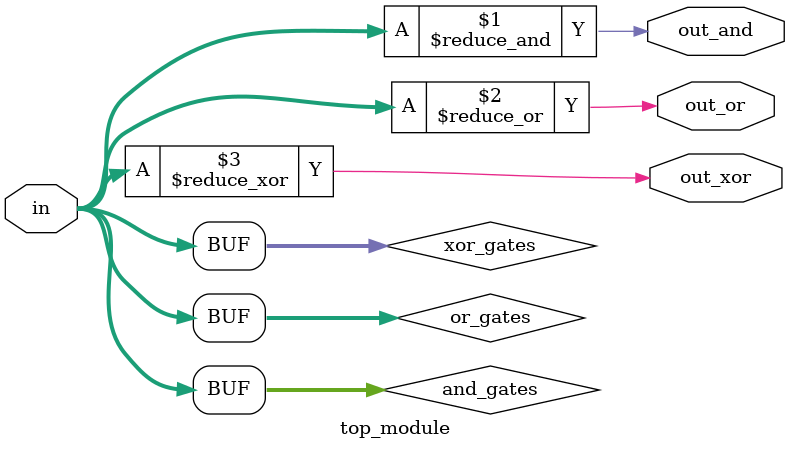
<source format=sv>
module top_module (
    input [99:0] in,
    output out_and,
    output out_or,
    output out_xor
);

wire [99:0] and_gates;
wire [99:0] or_gates;
wire [99:0] xor_gates;

genvar i;
generate
    for (i = 0; i < 100; i = i + 1) begin : gen_gates
        assign and_gates[i] = in[i];
        assign or_gates[i] = in[i];
        assign xor_gates[i] = in[i];
    end
endgenerate

assign out_and = &and_gates;
assign out_or = |or_gates;
assign out_xor = ^xor_gates;

endmodule

</source>
